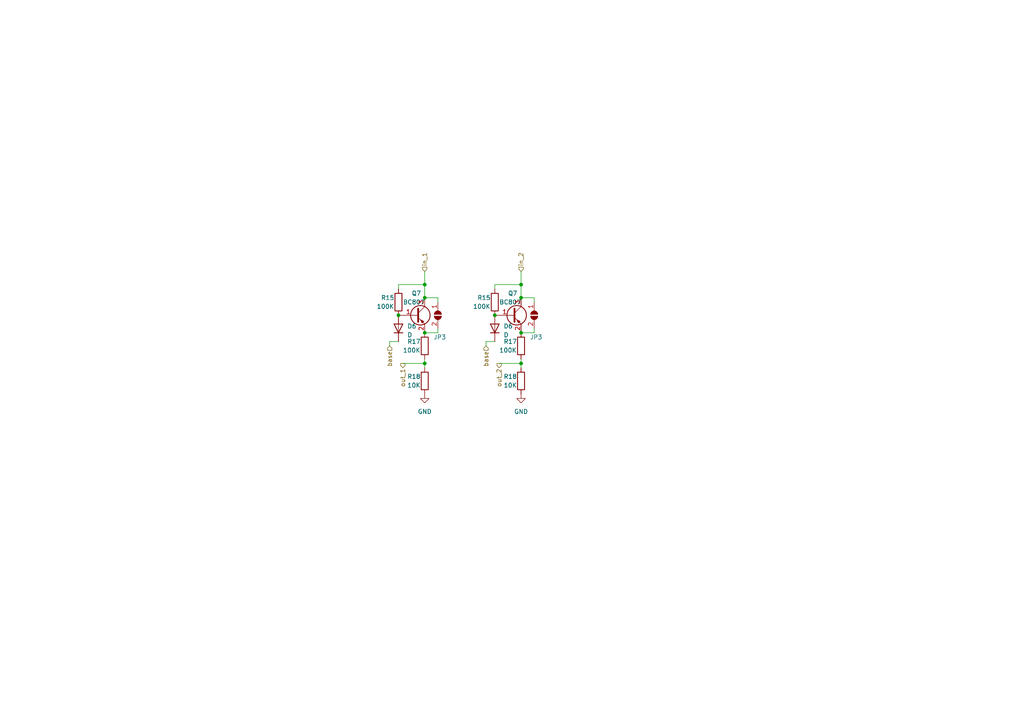
<source format=kicad_sch>
(kicad_sch (version 20230121) (generator eeschema)
  (paper "A4")
  (lib_symbols
    (symbol "Device:D" (pin_numbers hide) (pin_names (offset 1.016) hide)
      (property "Reference" "D" (at 0 2.54 0))
      (property "Value" "D" (at 0 -2.54 0))
      (symbol "D_0_1"
        (polyline (pts (xy -1.27 1.27) (xy -1.27 -1.27)) (stroke (width 0.254)))
        (polyline (pts (xy 1.27 0) (xy -1.27 0)))
        (polyline (pts (xy 1.27 1.27) (xy 1.27 -1.27) (xy -1.27 0) (xy 1.27 1.27)) (stroke (width 0.254)))
      )
      (symbol "D_1_1"
        (pin passive line (at -3.81 0 0) (length 2.54) (name "K") (number "1"))
        (pin passive line (at 3.81 0 180) (length 2.54) (name "A") (number "2"))
      )
    )
    (symbol "Device:R" (pin_numbers hide) (pin_names (offset 0))
      (property "Reference" "R" (at 2.032 0 90))
      (property "Value" "R" (at 0 0 90))
      (symbol "R_0_1"
        (rectangle (start -1.016 -2.54) (end 1.016 2.54) (stroke (width 0.254)))
      )
      (symbol "R_1_1"
        (pin passive line (at 0 3.81 270) (length 1.27) (name "~") (number "1"))
        (pin passive line (at 0 -3.81 90) (length 1.27) (name "~") (number "2"))
      )
    )
    (symbol "Jumper:SolderJumper_2_Open" (pin_names (offset 0) hide)
      (property "Reference" "JP" (at 0 2.032 0))
      (property "Value" "SolderJumper_2_Open" (at 0 -2.54 0))
      (symbol "SolderJumper_2_Open_0_1"
        (arc (start -0.254 1.016) (mid -1.2656 0) (end -0.254 -1.016))
        (arc (start -0.254 1.016) (mid -1.2656 0) (end -0.254 -1.016) (fill (type outline)))
        (polyline (pts (xy -0.254 1.016) (xy -0.254 -1.016)))
        (polyline (pts (xy 0.254 1.016) (xy 0.254 -1.016)))
        (arc (start 0.254 -1.016) (mid 1.2656 0) (end 0.254 1.016))
        (arc (start 0.254 -1.016) (mid 1.2656 0) (end 0.254 1.016) (fill (type outline)))
      )
      (symbol "SolderJumper_2_Open_1_1"
        (pin passive line (at -3.81 0 0) (length 2.54) (name "A") (number "1"))
        (pin passive line (at 3.81 0 180) (length 2.54) (name "B") (number "2"))
      )
    )
    (symbol "Transistor_BJT:BC807" (pin_names (offset 0) hide)
      (property "Reference" "Q" (at 5.08 1.905 0))
      (property "Value" "BC807" (at 5.08 0 0))
      (symbol "BC807_0_1"
        (polyline (pts (xy 0.635 0.635) (xy 2.54 2.54)))
        (polyline (pts (xy 0.635 -0.635) (xy 2.54 -2.54) (xy 2.54 -2.54)))
        (polyline (pts (xy 0.635 1.905) (xy 0.635 -1.905) (xy 0.635 -1.905)) (stroke (width 0.508)))
        (polyline (pts (xy 2.286 -1.778) (xy 1.778 -2.286) (xy 1.27 -1.27) (xy 2.286 -1.778) (xy 2.286 -1.778)) (fill (type outline)))
        (circle (center 1.27 0) (radius 2.8194) (stroke (width 0.254)))
      )
      (symbol "BC807_1_1"
        (pin input line (at -5.08 0 0) (length 5.715) (name "B") (number "1"))
        (pin passive line (at 2.54 -5.08 90) (length 2.54) (name "E") (number "2"))
        (pin passive line (at 2.54 5.08 270) (length 2.54) (name "C") (number "3"))
      )
    )
    (symbol "power:GND" (power) (pin_names (offset 0))
      (property "Value" "GND" (at 0 -3.81 0))
      (symbol "GND_0_1"
        (polyline (pts (xy 0 0) (xy 0 -1.27) (xy 1.27 -1.27) (xy 0 -2.54) (xy -1.27 -1.27) (xy 0 -1.27)))
      )
      (symbol "GND_1_1"
        (pin power_in line (at 0 0 270) (length 0) hide (name "GND") (number "1"))
      )
    )
  )
  (junction (at 151.13 86.36))
  (junction (at 143.51 91.44))
  (junction (at 151.13 96.52))
  (junction (at 151.13 82.55))
  (junction (at 123.19 86.36))
  (junction (at 151.13 105.41))
  (junction (at 123.19 105.41))
  (junction (at 123.19 82.55))
  (junction (at 115.57 91.44))
  (junction (at 123.19 96.52))
  (wire (pts (xy 154.94 86.36) (xy 151.13 86.36)))
  (wire (pts (xy 154.94 96.52) (xy 151.13 96.52)))
  (wire (pts (xy 140.97 99.06) (xy 143.51 99.06)))
  (wire (pts (xy 154.94 95.25) (xy 154.94 96.52)))
  (wire (pts (xy 115.57 82.55) (xy 123.19 82.55)))
  (wire (pts (xy 151.13 78.74) (xy 151.13 82.55)))
  (wire (pts (xy 151.13 106.68) (xy 151.13 105.41)))
  (wire (pts (xy 123.19 78.74) (xy 123.19 82.55)))
  (wire (pts (xy 115.57 83.82) (xy 115.57 82.55)))
  (wire (pts (xy 154.94 87.63) (xy 154.94 86.36)))
  (wire (pts (xy 151.13 105.41) (xy 151.13 104.14)))
  (wire (pts (xy 113.03 99.06) (xy 115.57 99.06)))
  (wire (pts (xy 151.13 82.55) (xy 151.13 86.36)))
  (wire (pts (xy 127 86.36) (xy 123.19 86.36)))
  (wire (pts (xy 143.51 82.55) (xy 151.13 82.55)))
  (wire (pts (xy 123.19 106.68) (xy 123.19 105.41)))
  (wire (pts (xy 143.51 83.82) (xy 143.51 82.55)))
  (wire (pts (xy 127 87.63) (xy 127 86.36)))
  (wire (pts (xy 127 95.25) (xy 127 96.52)))
  (wire (pts (xy 123.19 105.41) (xy 123.19 104.14)))
  (wire (pts (xy 140.97 100.33) (xy 140.97 99.06)))
  (wire (pts (xy 116.84 105.41) (xy 123.19 105.41)))
  (wire (pts (xy 127 96.52) (xy 123.19 96.52)))
  (wire (pts (xy 113.03 100.33) (xy 113.03 99.06)))
  (wire (pts (xy 123.19 82.55) (xy 123.19 86.36)))
  (wire (pts (xy 144.78 105.41) (xy 151.13 105.41)))
  (hierarchical_label "base" (shape input) (at 113.03 100.33 270))
  (hierarchical_label "out_2" (shape output) (at 144.78 105.41 270))
  (hierarchical_label "base" (shape input) (at 140.97 100.33 270))
  (hierarchical_label "out_1" (shape output) (at 116.84 105.41 270))
  (hierarchical_label "in_1" (shape input) (at 123.19 78.74 90))
  (hierarchical_label "in_2" (shape input) (at 151.13 78.74 90))
  (symbol (lib_id "Device:D") (at 115.57 95.25 90) (unit 1)
    (property "Reference" "D6" (at 118.11 94.615 90) (effects (justify right)))
    (property "Value" "D" (at 118.11 97.155 90) (effects (justify right)))
    (property "Footprint" "Diode_SMD:D_0805_2012Metric" (effects hide))
    (property "Sim.Device" "D" (effects hide))
    (property "Sim.Pins" "1=K 2=A" (effects hide))
    (instances (project "armatron_power_board" (path "" (reference "D6") (unit 1)) (path "" (reference "D7") (unit 1))))
  )
  (symbol (lib_id "Jumper:SolderJumper_2_Open") (at 127 91.44 270) (unit 1)
    (property "Reference" "JP3" (at 125.73 97.79 90) (effects (justify left)))
    (property "Value" "SolderJumper_2_Open" (effects hide))
    (property "Footprint" "Jumper:SolderJumper-2_P1.3mm_Open_Pad1.0x1.5mm" (effects hide))
    (instances (project "armatron_power_board" (path "" (reference "JP3") (unit 1)) (path "" (reference "JP4") (unit 1))))
  )
  (symbol (lib_id "Transistor_BJT:BC807") (at 120.65 91.44 0) (unit 1)
    (property "Reference" "Q7" (at 119.38 85.09 0) (effects (justify left)))
    (property "Value" "BC807" (at 116.84 87.63 0) (effects (justify left)))
    (property "Footprint" "Package_TO_SOT_SMD:SOT-23" (effects hide))
    (property "Datasheet" "https://www.onsemi.com/pub/Collateral/BC808-D.pdf" (effects hide))
    (instances (project "armatron_power_board" (path "" (reference "Q7") (unit 1)) (path "" (reference "Q9") (unit 1))))
  )
  (symbol (lib_id "Device:D") (at 143.51 95.25 90) (unit 1)
    (property "Reference" "D6" (at 146.05 94.615 90) (effects (justify right)))
    (property "Value" "D" (at 146.05 97.155 90) (effects (justify right)))
    (property "Footprint" "Diode_SMD:D_0805_2012Metric" (effects hide))
    (property "Sim.Device" "D" (effects hide))
    (property "Sim.Pins" "1=K 2=A" (effects hide))
    (instances (project "armatron_power_board" (path "" (reference "D6") (unit 1)) (path "" (reference "D8") (unit 1))))
  )
  (symbol (lib_id "Device:R") (at 143.51 87.63 0) (unit 1)
    (property "Reference" "R15" (at 138.43 86.36 0) (effects (justify left)))
    (property "Value" "100K" (at 137.16 88.9 0) (effects (justify left)))
    (property "Footprint" "Resistor_SMD:R_0603_1608Metric_Pad0.98x0.95mm_HandSolder" (effects hide))
    (instances (project "armatron_power_board" (path "" (reference "R15") (unit 1)) (path "" (reference "R21") (unit 1))))
  )
  (symbol (lib_id "Device:R") (at 151.13 100.33 0) (unit 1)
    (property "Reference" "R17" (at 146.05 99.06 0) (effects (justify left)))
    (property "Value" "100K" (at 144.78 101.6 0) (effects (justify left)))
    (property "Footprint" "Resistor_SMD:R_0603_1608Metric_Pad0.98x0.95mm_HandSolder" (effects hide))
    (instances (project "armatron_power_board" (path "" (reference "R17") (unit 1)) (path "" (reference "R22") (unit 1))))
  )
  (symbol (lib_id "Transistor_BJT:BC807") (at 148.59 91.44 0) (unit 1)
    (property "Reference" "Q7" (at 147.32 85.09 0) (effects (justify left)))
    (property "Value" "BC807" (at 144.78 87.63 0) (effects (justify left)))
    (property "Footprint" "Package_TO_SOT_SMD:SOT-23" (effects hide))
    (property "Datasheet" "https://www.onsemi.com/pub/Collateral/BC808-D.pdf" (effects hide))
    (instances (project "armatron_power_board" (path "" (reference "Q7") (unit 1)) (path "" (reference "Q10") (unit 1))))
  )
  (symbol (lib_id "Device:R") (at 123.19 110.49 0) (unit 1)
    (property "Reference" "R18" (at 118.11 109.22 0) (effects (justify left)))
    (property "Value" "10K" (at 118.11 111.76 0) (effects (justify left)))
    (property "Footprint" "Resistor_SMD:R_0603_1608Metric_Pad0.98x0.95mm_HandSolder" (effects hide))
    (instances (project "armatron_power_board" (path "" (reference "R18") (unit 1)) (path "" (reference "R20") (unit 1))))
  )
  (symbol (lib_id "Device:R") (at 123.19 100.33 0) (unit 1)
    (property "Reference" "R17" (at 118.11 99.06 0) (effects (justify left)))
    (property "Value" "100K" (at 116.84 101.6 0) (effects (justify left)))
    (property "Footprint" "Resistor_SMD:R_0603_1608Metric_Pad0.98x0.95mm_HandSolder" (effects hide))
    (instances (project "armatron_power_board" (path "" (reference "R17") (unit 1)) (path "" (reference "R19") (unit 1))))
  )
  (symbol (lib_id "power:GND") (at 123.19 114.3 0) (unit 1)
    (property "Reference" "#PWR023" (effects hide))
    (property "Value" "GND" (at 123.19 119.38 0))
    (instances (project "armatron_power_board" (path "" (reference "#PWR023") (unit 1)) (path "" (reference "#PWR042") (unit 1))))
  )
  (symbol (lib_id "Device:R") (at 115.57 87.63 0) (unit 1)
    (property "Reference" "R15" (at 110.49 86.36 0) (effects (justify left)))
    (property "Value" "100K" (at 109.22 88.9 0) (effects (justify left)))
    (property "Footprint" "Resistor_SMD:R_0603_1608Metric_Pad0.98x0.95mm_HandSolder" (effects hide))
    (instances (project "armatron_power_board" (path "" (reference "R15") (unit 1)) (path "" (reference "R16") (unit 1))))
  )
  (symbol (lib_id "Jumper:SolderJumper_2_Open") (at 154.94 91.44 270) (unit 1)
    (property "Reference" "JP3" (at 153.67 97.79 90) (effects (justify left)))
    (property "Value" "SolderJumper_2_Open" (effects hide))
    (property "Footprint" "Jumper:SolderJumper-2_P1.3mm_Open_Pad1.0x1.5mm" (effects hide))
    (instances (project "armatron_power_board" (path "" (reference "JP3") (unit 1)) (path "" (reference "JP5") (unit 1))))
  )
  (symbol (lib_id "Device:R") (at 151.13 110.49 0) (unit 1)
    (property "Reference" "R18" (at 146.05 109.22 0) (effects (justify left)))
    (property "Value" "10K" (at 146.05 111.76 0) (effects (justify left)))
    (property "Footprint" "Resistor_SMD:R_0603_1608Metric_Pad0.98x0.95mm_HandSolder" (effects hide))
    (instances (project "armatron_power_board" (path "" (reference "R18") (unit 1)) (path "" (reference "R23") (unit 1))))
  )
  (symbol (lib_id "power:GND") (at 151.13 114.3 0) (unit 1)
    (property "Reference" "#PWR023" (effects hide))
    (property "Value" "GND" (at 151.13 119.38 0))
    (instances (project "armatron_power_board" (path "" (reference "#PWR023") (unit 1)) (path "" (reference "#PWR044") (unit 1))))
  )
)
</source>
